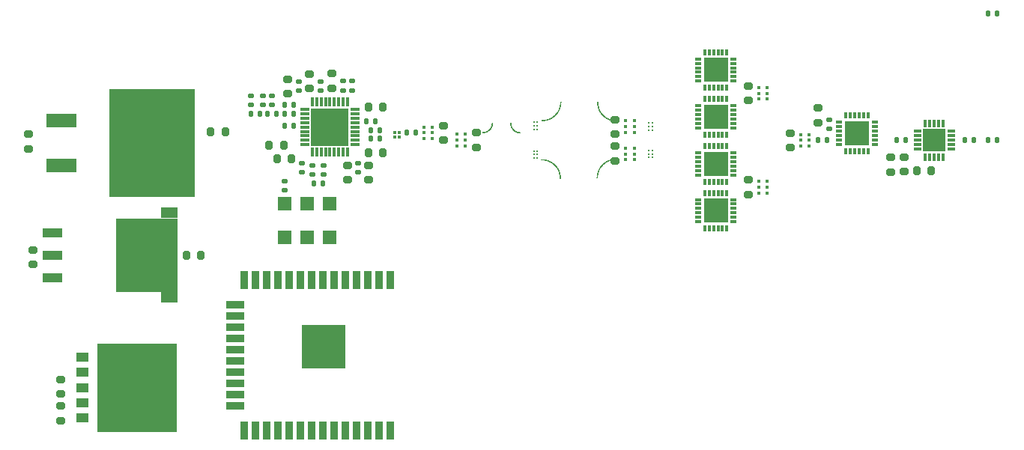
<source format=gbr>
%TF.GenerationSoftware,KiCad,Pcbnew,(6.0.9)*%
%TF.CreationDate,2022-11-10T01:17:40-05:00*%
%TF.ProjectId,5GHzPhaseShifter,3547487a-5068-4617-9365-536869667465,rev?*%
%TF.SameCoordinates,Original*%
%TF.FileFunction,Paste,Top*%
%TF.FilePolarity,Positive*%
%FSLAX46Y46*%
G04 Gerber Fmt 4.6, Leading zero omitted, Abs format (unit mm)*
G04 Created by KiCad (PCBNEW (6.0.9)) date 2022-11-10 01:17:40*
%MOMM*%
%LPD*%
G01*
G04 APERTURE LIST*
G04 Aperture macros list*
%AMRoundRect*
0 Rectangle with rounded corners*
0 $1 Rounding radius*
0 $2 $3 $4 $5 $6 $7 $8 $9 X,Y pos of 4 corners*
0 Add a 4 corners polygon primitive as box body*
4,1,4,$2,$3,$4,$5,$6,$7,$8,$9,$2,$3,0*
0 Add four circle primitives for the rounded corners*
1,1,$1+$1,$2,$3*
1,1,$1+$1,$4,$5*
1,1,$1+$1,$6,$7*
1,1,$1+$1,$8,$9*
0 Add four rect primitives between the rounded corners*
20,1,$1+$1,$2,$3,$4,$5,0*
20,1,$1+$1,$4,$5,$6,$7,0*
20,1,$1+$1,$6,$7,$8,$9,0*
20,1,$1+$1,$8,$9,$2,$3,0*%
%AMFreePoly0*
4,1,38,2.141972,2.141972,2.163500,2.090000,2.147795,1.829795,2.100910,1.573368,2.023525,1.324442,1.916762,1.086629,1.782173,0.863383,1.621711,0.657944,1.437706,0.473296,1.232828,0.312118,1.010053,0.176751,0.772615,0.069159,0.523960,-0.009095,0.267698,-0.056874,0.073500,-0.069275,0.073500,-0.073500,-0.073500,-0.073500,-0.073500,0.073500,0.007005,0.073500,0.007036,0.073513,
0.007068,0.073500,0.069669,0.073500,0.270178,0.087316,0.528702,0.139560,0.778220,0.225030,1.014482,0.342268,1.233462,0.489278,1.431431,0.663555,1.605017,0.862131,1.751261,1.081623,1.867674,1.318292,1.952273,1.568107,2.003615,1.826812,2.020237,2.080978,2.016500,2.090000,2.038028,2.141972,2.090000,2.163500,2.141972,2.141972,2.141972,2.141972,$1*%
%AMFreePoly1*
4,1,38,2.138326,2.141969,2.159854,2.089997,2.144149,1.829792,2.097264,1.573365,2.019879,1.324439,1.913116,1.086626,1.778527,0.863380,1.618065,0.657941,1.434060,0.473293,1.229182,0.312115,1.006407,0.176748,0.768969,0.069156,0.520314,-0.009098,0.264052,-0.056877,0.073500,-0.069046,0.073500,-0.073500,-0.073500,-0.073500,-0.073500,0.073500,0.003366,0.073500,0.003390,0.073510,
0.003414,0.073500,0.066066,0.073500,0.266532,0.087313,0.525056,0.139557,0.774574,0.225027,1.010836,0.342265,1.229816,0.489275,1.427785,0.663552,1.601371,0.862128,1.747615,1.081620,1.864028,1.318289,1.948627,1.568104,1.999969,1.826809,2.016591,2.080975,2.012854,2.089997,2.034382,2.141969,2.086354,2.163497,2.138326,2.141969,2.138326,2.141969,$1*%
%AMFreePoly2*
4,1,28,1.096848,1.102096,1.118500,1.050175,1.101933,0.855475,1.051809,0.666610,0.969651,0.489318,0.857955,0.328985,0.720114,0.190485,0.560316,0.078024,0.383418,-0.004979,0.194794,-0.056004,0.073500,-0.066908,0.073500,-0.073500,-0.073500,-0.073500,-0.073500,0.073500,0.041219,0.073500,0.169577,0.085039,0.334093,0.129542,0.488381,0.201936,0.627754,0.300023,0.747977,0.420821,
0.845397,0.560661,0.917055,0.715293,0.960772,0.880019,0.974589,1.042417,0.971500,1.049825,0.992904,1.101848,1.044825,1.123500,1.096848,1.102096,1.096848,1.102096,$1*%
G04 Aperture macros list end*
%ADD10RoundRect,0.200000X0.275000X-0.200000X0.275000X0.200000X-0.275000X0.200000X-0.275000X-0.200000X0*%
%ADD11RoundRect,0.135000X0.185000X-0.135000X0.185000X0.135000X-0.185000X0.135000X-0.185000X-0.135000X0*%
%ADD12RoundRect,0.135000X0.135000X0.185000X-0.135000X0.185000X-0.135000X-0.185000X0.135000X-0.185000X0*%
%ADD13R,2.160000X1.070000*%
%ADD14R,7.000000X8.330000*%
%ADD15R,1.910000X1.235000*%
%ADD16RoundRect,0.135000X-0.135000X-0.185000X0.135000X-0.185000X0.135000X0.185000X-0.135000X0.185000X0*%
%ADD17FreePoly0,180.000000*%
%ADD18FreePoly1,90.000000*%
%ADD19R,0.800000X0.300000*%
%ADD20R,0.300000X0.800000*%
%ADD21R,2.750000X2.750000*%
%ADD22R,0.330000X0.410000*%
%ADD23R,1.600000X1.600000*%
%ADD24RoundRect,0.200000X-0.200000X-0.275000X0.200000X-0.275000X0.200000X0.275000X-0.200000X0.275000X0*%
%ADD25RoundRect,0.200000X-0.275000X0.200000X-0.275000X-0.200000X0.275000X-0.200000X0.275000X0.200000X0*%
%ADD26R,0.300000X1.100000*%
%ADD27R,1.100000X0.300000*%
%ADD28R,4.250000X4.250000*%
%ADD29RoundRect,0.135000X-0.185000X0.135000X-0.185000X-0.135000X0.185000X-0.135000X0.185000X0.135000X0*%
%ADD30R,0.250000X0.250000*%
%ADD31R,0.950000X0.300000*%
%ADD32R,0.300000X0.950000*%
%ADD33R,2.500000X2.500000*%
%ADD34RoundRect,0.200000X0.200000X0.275000X-0.200000X0.275000X-0.200000X-0.275000X0.200000X-0.275000X0*%
%ADD35R,1.370000X1.070000*%
%ADD36R,9.000000X10.000000*%
%ADD37FreePoly0,0.000000*%
%ADD38FreePoly1,270.000000*%
%ADD39FreePoly2,0.000000*%
%ADD40FreePoly2,270.000000*%
%ADD41R,0.900000X2.000000*%
%ADD42R,2.000000X0.900000*%
%ADD43R,5.000000X5.000000*%
%ADD44R,0.300000X0.350000*%
%ADD45R,3.500000X1.600000*%
%ADD46R,9.750000X12.200000*%
G04 APERTURE END LIST*
D10*
%TO.C,R6*%
X140868400Y-109740200D03*
X140868400Y-108090200D03*
%TD*%
D11*
%TO.C,C22*%
X122370000Y-112778000D03*
X122370000Y-111758000D03*
%TD*%
D12*
%TO.C,C42*%
X197106000Y-108915200D03*
X196086000Y-108915200D03*
%TD*%
D10*
%TO.C,C41*%
X187706000Y-112534200D03*
X187706000Y-110884200D03*
%TD*%
D13*
%TO.C,IC7*%
X92971000Y-119380000D03*
X92971000Y-121920000D03*
X92971000Y-124460000D03*
D14*
X103641000Y-121920000D03*
D15*
X106186000Y-126702500D03*
X106186000Y-117137500D03*
%TD*%
D16*
%TO.C,R12*%
X198676800Y-108915200D03*
X199696800Y-108915200D03*
%TD*%
D17*
%TO.C,U4*%
X156638000Y-111143200D03*
D18*
X150368000Y-113233200D03*
%TD*%
D11*
%TO.C,C12*%
X117754400Y-104954800D03*
X117754400Y-103934800D03*
%TD*%
D19*
%TO.C,AT3*%
X165944800Y-105023600D03*
X165944800Y-105523600D03*
X165944800Y-106023600D03*
X165944800Y-106523600D03*
X165944800Y-107023600D03*
X165944800Y-107523600D03*
D20*
X166694800Y-108273600D03*
X167194800Y-108273600D03*
X167694800Y-108273600D03*
X168194800Y-108273600D03*
X168694800Y-108273600D03*
X169194800Y-108273600D03*
D19*
X169944800Y-107523600D03*
X169944800Y-107023600D03*
X169944800Y-106523600D03*
X169944800Y-106023600D03*
X169944800Y-105523600D03*
X169944800Y-105023600D03*
D20*
X169194800Y-104273600D03*
X168694800Y-104273600D03*
X168194800Y-104273600D03*
X167694800Y-104273600D03*
X167194800Y-104273600D03*
X166694800Y-104273600D03*
D21*
X167944800Y-106273600D03*
%TD*%
D22*
%TO.C,U7*%
X158737000Y-107391200D03*
X157747000Y-106741200D03*
X157747000Y-107391200D03*
X158737000Y-108041200D03*
X158737000Y-106741200D03*
X157747000Y-108041200D03*
%TD*%
D10*
%TO.C,C1*%
X122021600Y-103085400D03*
X122021600Y-101435400D03*
%TD*%
D23*
%TO.C,Y1*%
X119195000Y-119883000D03*
X121735000Y-119883000D03*
X124275000Y-119883000D03*
X124275000Y-116083000D03*
X121735000Y-116083000D03*
X119195000Y-116083000D03*
%TD*%
D10*
%TO.C,R9*%
X171602400Y-104457000D03*
X171602400Y-102807000D03*
%TD*%
D19*
%TO.C,AT1*%
X165944800Y-110357600D03*
X165944800Y-110857600D03*
X165944800Y-111357600D03*
X165944800Y-111857600D03*
X165944800Y-112357600D03*
X165944800Y-112857600D03*
D20*
X166694800Y-113607600D03*
X167194800Y-113607600D03*
X167694800Y-113607600D03*
X168194800Y-113607600D03*
X168694800Y-113607600D03*
X169194800Y-113607600D03*
D19*
X169944800Y-112857600D03*
X169944800Y-112357600D03*
X169944800Y-111857600D03*
X169944800Y-111357600D03*
X169944800Y-110857600D03*
X169944800Y-110357600D03*
D20*
X169194800Y-109607600D03*
X168694800Y-109607600D03*
X168194800Y-109607600D03*
X167694800Y-109607600D03*
X167194800Y-109607600D03*
X166694800Y-109607600D03*
D21*
X167944800Y-111607600D03*
%TD*%
D11*
%TO.C,C2*%
X125780800Y-103278400D03*
X125780800Y-102258400D03*
%TD*%
%TO.C,R3*%
X115366800Y-104954800D03*
X115366800Y-103934800D03*
%TD*%
D12*
%TO.C,C37*%
X180545200Y-108915200D03*
X179525200Y-108915200D03*
%TD*%
D24*
%TO.C,C43*%
X108102400Y-121920000D03*
X109752400Y-121920000D03*
%TD*%
D10*
%TO.C,R10*%
X171602400Y-115074200D03*
X171602400Y-113424200D03*
%TD*%
D25*
%TO.C,C44*%
X93878400Y-138976600D03*
X93878400Y-140626600D03*
%TD*%
D16*
%TO.C,C10*%
X115364800Y-105918000D03*
X116384800Y-105918000D03*
%TD*%
D22*
%TO.C,U2*%
X138646200Y-108915200D03*
X139636200Y-109565200D03*
X138646200Y-108265200D03*
X139636200Y-108915200D03*
X138646200Y-109565200D03*
X139636200Y-108265200D03*
%TD*%
D10*
%TO.C,R11*%
X176326800Y-109765600D03*
X176326800Y-108115600D03*
%TD*%
D12*
%TO.C,C38*%
X189384400Y-108915200D03*
X188364400Y-108915200D03*
%TD*%
D26*
%TO.C,IC1*%
X126333000Y-104592000D03*
X125833000Y-104592000D03*
X125333000Y-104592000D03*
X124833000Y-104592000D03*
X124333000Y-104592000D03*
X123833000Y-104592000D03*
X123333000Y-104592000D03*
X122833000Y-104592000D03*
X122333000Y-104592000D03*
D27*
X121483000Y-105442000D03*
X121483000Y-105942000D03*
X121483000Y-106442000D03*
X121483000Y-106942000D03*
X121483000Y-107442000D03*
X121483000Y-107942000D03*
X121483000Y-108442000D03*
X121483000Y-108942000D03*
X121483000Y-109442000D03*
D26*
X122333000Y-110292000D03*
X122833000Y-110292000D03*
X123333000Y-110292000D03*
X123833000Y-110292000D03*
X124333000Y-110292000D03*
X124833000Y-110292000D03*
X125333000Y-110292000D03*
X125833000Y-110292000D03*
X126333000Y-110292000D03*
D27*
X127183000Y-109442000D03*
X127183000Y-108942000D03*
X127183000Y-108442000D03*
X127183000Y-107942000D03*
X127183000Y-107442000D03*
X127183000Y-106942000D03*
X127183000Y-106442000D03*
X127183000Y-105942000D03*
X127183000Y-105442000D03*
D28*
X124333000Y-107442000D03*
%TD*%
D12*
%TO.C,R1*%
X120194800Y-105918000D03*
X119174800Y-105918000D03*
%TD*%
D10*
%TO.C,R5*%
X137160000Y-108927400D03*
X137160000Y-107277400D03*
%TD*%
D24*
%TO.C,C16*%
X128664200Y-110337600D03*
X130314200Y-110337600D03*
%TD*%
D12*
%TO.C,C26*%
X134056000Y-108077000D03*
X133036000Y-108077000D03*
%TD*%
D29*
%TO.C,C18*%
X127508000Y-111504000D03*
X127508000Y-112524000D03*
%TD*%
D25*
%TO.C,C23*%
X126288800Y-111747800D03*
X126288800Y-113397800D03*
%TD*%
%TO.C,C46*%
X93878400Y-135979400D03*
X93878400Y-137629400D03*
%TD*%
D12*
%TO.C,R4*%
X123515000Y-113792000D03*
X122495000Y-113792000D03*
%TD*%
D16*
%TO.C,C9*%
X128420400Y-106781600D03*
X129440400Y-106781600D03*
%TD*%
D11*
%TO.C,C7*%
X120802400Y-103329200D03*
X120802400Y-102309200D03*
%TD*%
D19*
%TO.C,AT4*%
X165944800Y-99740400D03*
X165944800Y-100240400D03*
X165944800Y-100740400D03*
X165944800Y-101240400D03*
X165944800Y-101740400D03*
X165944800Y-102240400D03*
D20*
X166694800Y-102990400D03*
X167194800Y-102990400D03*
X167694800Y-102990400D03*
X168194800Y-102990400D03*
X168694800Y-102990400D03*
X169194800Y-102990400D03*
D19*
X169944800Y-102240400D03*
X169944800Y-101740400D03*
X169944800Y-101240400D03*
X169944800Y-100740400D03*
X169944800Y-100240400D03*
X169944800Y-99740400D03*
D20*
X169194800Y-98990400D03*
X168694800Y-98990400D03*
X168194800Y-98990400D03*
X167694800Y-98990400D03*
X167194800Y-98990400D03*
X166694800Y-98990400D03*
D21*
X167944800Y-100990400D03*
%TD*%
D16*
%TO.C,C15*%
X128928400Y-108762800D03*
X129948400Y-108762800D03*
%TD*%
D11*
%TO.C,C35*%
X180746400Y-107647200D03*
X180746400Y-106627200D03*
%TD*%
D16*
%TO.C,C14*%
X128928400Y-107797600D03*
X129948400Y-107797600D03*
%TD*%
D24*
%TO.C,C39*%
X190640200Y-112369600D03*
X192290200Y-112369600D03*
%TD*%
D29*
%TO.C,C20*%
X121158000Y-111554800D03*
X121158000Y-112574800D03*
%TD*%
D30*
%TO.C,IC2*%
X147774000Y-110940800D03*
X147774000Y-110540800D03*
X147774000Y-110140800D03*
X147374000Y-110140800D03*
X147374000Y-110540800D03*
X147374000Y-110940800D03*
%TD*%
D10*
%TO.C,C36*%
X179527200Y-106946200D03*
X179527200Y-105296200D03*
%TD*%
D19*
%TO.C,AT5*%
X181896000Y-106903200D03*
X181896000Y-107403200D03*
X181896000Y-107903200D03*
X181896000Y-108403200D03*
X181896000Y-108903200D03*
X181896000Y-109403200D03*
D20*
X182646000Y-110153200D03*
X183146000Y-110153200D03*
X183646000Y-110153200D03*
X184146000Y-110153200D03*
X184646000Y-110153200D03*
X185146000Y-110153200D03*
D19*
X185896000Y-109403200D03*
X185896000Y-108903200D03*
X185896000Y-108403200D03*
X185896000Y-107903200D03*
X185896000Y-107403200D03*
X185896000Y-106903200D03*
D20*
X185146000Y-106153200D03*
X184646000Y-106153200D03*
X184146000Y-106153200D03*
X183646000Y-106153200D03*
X183146000Y-106153200D03*
X182646000Y-106153200D03*
D21*
X183896000Y-108153200D03*
%TD*%
D22*
%TO.C,U8*%
X173773800Y-103632000D03*
X172783800Y-102982000D03*
X172783800Y-103632000D03*
X173773800Y-102982000D03*
X173773800Y-104282000D03*
X172783800Y-104282000D03*
%TD*%
D30*
%TO.C,IC5*%
X160757000Y-110890000D03*
X160757000Y-110490000D03*
X160757000Y-110090000D03*
X160357000Y-110090000D03*
X160357000Y-110490000D03*
X160357000Y-110890000D03*
%TD*%
D11*
%TO.C,C13*%
X116738400Y-104954800D03*
X116738400Y-103934800D03*
%TD*%
D10*
%TO.C,C3*%
X124510800Y-103034600D03*
X124510800Y-101384600D03*
%TD*%
D31*
%TO.C,IC6*%
X190733600Y-107915200D03*
X190733600Y-108415200D03*
X190733600Y-108915200D03*
X190733600Y-109415200D03*
X190733600Y-109915200D03*
D32*
X191633600Y-110815200D03*
X192133600Y-110815200D03*
X192633600Y-110815200D03*
X193133600Y-110815200D03*
X193633600Y-110815200D03*
D31*
X194533600Y-109915200D03*
X194533600Y-109415200D03*
X194533600Y-108915200D03*
X194533600Y-108415200D03*
X194533600Y-107915200D03*
D32*
X193633600Y-107015200D03*
X193133600Y-107015200D03*
X192633600Y-107015200D03*
X192133600Y-107015200D03*
X191633600Y-107015200D03*
D33*
X192633600Y-108915200D03*
%TD*%
D25*
%TO.C,C19*%
X128727200Y-111747800D03*
X128727200Y-113397800D03*
%TD*%
D34*
%TO.C,C25*%
X119087400Y-109524800D03*
X117437400Y-109524800D03*
%TD*%
D22*
%TO.C,U6*%
X158737000Y-110490000D03*
X157747000Y-109840000D03*
X158737000Y-109840000D03*
X157747000Y-110490000D03*
X158737000Y-111140000D03*
X157747000Y-111140000D03*
%TD*%
D24*
%TO.C,C48*%
X110833400Y-107950000D03*
X112483400Y-107950000D03*
%TD*%
D10*
%TO.C,C6*%
X119583200Y-103695000D03*
X119583200Y-102045000D03*
%TD*%
D35*
%TO.C,IC9*%
X96376000Y-133466000D03*
X96376000Y-135186000D03*
X96376000Y-136906000D03*
X96376000Y-138626000D03*
X96376000Y-140346000D03*
D36*
X102501000Y-136906000D03*
%TD*%
D30*
%TO.C,IC4*%
X160757000Y-107791200D03*
X160757000Y-107391200D03*
X160757000Y-106991200D03*
X160357000Y-106991200D03*
X160357000Y-107391200D03*
X160357000Y-107791200D03*
%TD*%
D37*
%TO.C,U5*%
X148314400Y-106730800D03*
D38*
X154584400Y-104640800D03*
%TD*%
D12*
%TO.C,C11*%
X120194800Y-104902000D03*
X119174800Y-104902000D03*
%TD*%
%TO.C,C8*%
X120194800Y-107340400D03*
X119174800Y-107340400D03*
%TD*%
%TO.C,R2*%
X118315200Y-105918000D03*
X117295200Y-105918000D03*
%TD*%
D30*
%TO.C,IC3*%
X147774000Y-107689600D03*
X147774000Y-107289600D03*
X147774000Y-106889600D03*
X147374000Y-106889600D03*
X147374000Y-107289600D03*
X147374000Y-107689600D03*
%TD*%
D39*
%TO.C,U3*%
X141681200Y-108102400D03*
D40*
X144816200Y-107052400D03*
%TD*%
D25*
%TO.C,R7*%
X156565600Y-109614200D03*
X156565600Y-111264200D03*
%TD*%
D11*
%TO.C,C49*%
X119195000Y-114556000D03*
X119195000Y-113536000D03*
%TD*%
D41*
%TO.C,U11*%
X131140200Y-124748400D03*
X129870200Y-124748400D03*
X128600200Y-124748400D03*
X127330200Y-124748400D03*
X126060200Y-124748400D03*
X124790200Y-124748400D03*
X123520200Y-124748400D03*
X122250200Y-124748400D03*
X120980200Y-124748400D03*
X119710200Y-124748400D03*
X118440200Y-124748400D03*
X117170200Y-124748400D03*
X115900200Y-124748400D03*
X114630200Y-124748400D03*
D42*
X113630200Y-127533400D03*
X113630200Y-128803400D03*
X113630200Y-130073400D03*
X113630200Y-131343400D03*
X113630200Y-132613400D03*
X113630200Y-133883400D03*
X113630200Y-135153400D03*
X113630200Y-136423400D03*
X113630200Y-137693400D03*
X113630200Y-138963400D03*
D41*
X114630200Y-141748400D03*
X115900200Y-141748400D03*
X117170200Y-141748400D03*
X118440200Y-141748400D03*
X119710200Y-141748400D03*
X120980200Y-141748400D03*
X122250200Y-141748400D03*
X123520200Y-141748400D03*
X124790200Y-141748400D03*
X126060200Y-141748400D03*
X127330200Y-141748400D03*
X128600200Y-141748400D03*
X129870200Y-141748400D03*
X131140200Y-141748400D03*
D43*
X123640200Y-132248400D03*
%TD*%
D10*
%TO.C,C47*%
X90728800Y-122999000D03*
X90728800Y-121349000D03*
%TD*%
D44*
%TO.C,FL1*%
X132126800Y-108056000D03*
X131626800Y-108056000D03*
X131626800Y-108606000D03*
X132126800Y-108606000D03*
%TD*%
D29*
%TO.C,C5*%
X126796800Y-102258400D03*
X126796800Y-103278400D03*
%TD*%
D34*
%TO.C,C17*%
X120001800Y-110998000D03*
X118351800Y-110998000D03*
%TD*%
D25*
%TO.C,R8*%
X156565600Y-106617000D03*
X156565600Y-108267000D03*
%TD*%
D29*
%TO.C,C21*%
X123640000Y-111758000D03*
X123640000Y-112778000D03*
%TD*%
%TO.C,C4*%
X123291600Y-102309200D03*
X123291600Y-103329200D03*
%TD*%
D10*
%TO.C,C40*%
X189230000Y-112483400D03*
X189230000Y-110833400D03*
%TD*%
D24*
%TO.C,C24*%
X128664200Y-105156000D03*
X130314200Y-105156000D03*
%TD*%
D16*
%TO.C,R13*%
X198753000Y-94615000D03*
X199773000Y-94615000D03*
%TD*%
D10*
%TO.C,C45*%
X90271600Y-109892600D03*
X90271600Y-108242600D03*
%TD*%
D19*
%TO.C,AT2*%
X165944800Y-115640800D03*
X165944800Y-116140800D03*
X165944800Y-116640800D03*
X165944800Y-117140800D03*
X165944800Y-117640800D03*
X165944800Y-118140800D03*
D20*
X166694800Y-118890800D03*
X167194800Y-118890800D03*
X167694800Y-118890800D03*
X168194800Y-118890800D03*
X168694800Y-118890800D03*
X169194800Y-118890800D03*
D19*
X169944800Y-118140800D03*
X169944800Y-117640800D03*
X169944800Y-117140800D03*
X169944800Y-116640800D03*
X169944800Y-116140800D03*
X169944800Y-115640800D03*
D20*
X169194800Y-114890800D03*
X168694800Y-114890800D03*
X168194800Y-114890800D03*
X167694800Y-114890800D03*
X167194800Y-114890800D03*
X166694800Y-114890800D03*
D21*
X167944800Y-116890800D03*
%TD*%
D22*
%TO.C,U1*%
X134937800Y-108102400D03*
X135927800Y-108752400D03*
X134937800Y-108752400D03*
X134937800Y-107452400D03*
X135927800Y-108102400D03*
X135927800Y-107452400D03*
%TD*%
%TO.C,U9*%
X173773800Y-114249200D03*
X172783800Y-113599200D03*
X173773800Y-113599200D03*
X172783800Y-114249200D03*
X173773800Y-114899200D03*
X172783800Y-114899200D03*
%TD*%
%TO.C,U10*%
X178498200Y-108940600D03*
X177508200Y-108290600D03*
X178498200Y-108290600D03*
X178498200Y-109590600D03*
X177508200Y-108940600D03*
X177508200Y-109590600D03*
%TD*%
D45*
%TO.C,IC8*%
X93952500Y-106680000D03*
X93952500Y-111760000D03*
D46*
X104227500Y-109220000D03*
%TD*%
M02*

</source>
